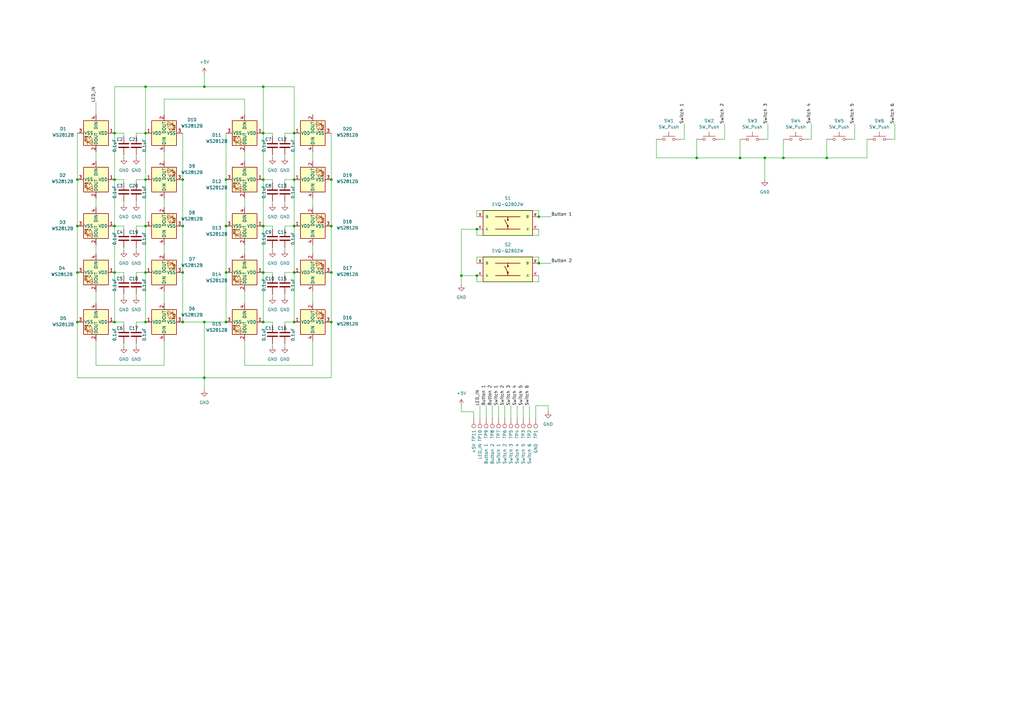
<source format=kicad_sch>
(kicad_sch (version 20231120) (generator "eeschema") (generator_version "8.0")
  (paper "A3")
  (lib_symbols
    (symbol "Connector:TestPoint" (pin_numbers hide) (pin_names (offset 0.762) hide)
      (property "Reference" "TP" (at 0 6.858 0))
      (property "Value" "TestPoint" (at 0 5.08 0))
      (symbol "TestPoint_0_1"
        (circle (center 0 3.302) (radius 0.762))
      )
      (symbol "TestPoint_1_1"
        (pin passive line (at 0 0 90) (length 2.54) (name "1") (number "1"))
      )
    )
    (symbol "Device:C" (pin_numbers hide) (pin_names (offset 0.254))
      (property "Reference" "C" (at 0.635 2.54 0))
      (property "Value" "C" (at 0.635 -2.54 0))
      (symbol "C_0_1"
        (polyline (pts (xy -2.032 -0.762) (xy 2.032 -0.762)) (stroke (width 0.508)))
        (polyline (pts (xy -2.032 0.762) (xy 2.032 0.762)) (stroke (width 0.508)))
      )
      (symbol "C_1_1"
        (pin passive line (at 0 3.81 270) (length 2.794) (name "~") (number "1"))
        (pin passive line (at 0 -3.81 90) (length 2.794) (name "~") (number "2"))
      )
    )
    (symbol "EVQ-Q2B02W:EVQ-Q2B02W" (pin_names (offset 1.016))
      (property "Reference" "S" (at -10.1693 5.5931 0))
      (property "Value" "EVQ-Q2B02W" (at -10.1644 -7.6233 0))
      (symbol "EVQ-Q2B02W_0_0"
        (rectangle (start -10.16 -5.08) (end 10.16 5.08) (stroke (width 0.254)) (fill (type background)))
        (circle (center 0 -1.27) (radius 0.254) (stroke (width 0.254)))
        (polyline (pts (xy -5.08 -2.54) (xy 0 -2.54)) (stroke (width 0.254)))
        (polyline (pts (xy -5.08 2.54) (xy 0 2.54)) (stroke (width 0.254)))
        (polyline (pts (xy 0 -2.54) (xy 5.08 -2.54)) (stroke (width 0.254)))
        (polyline (pts (xy 0 -1.27) (xy -1.27 1.27)) (stroke (width 0.254)))
        (polyline (pts (xy 0 -1.27) (xy 0 -2.54)) (stroke (width 0.254)))
        (polyline (pts (xy 0 1.27) (xy 0 2.54)) (stroke (width 0.254)))
        (polyline (pts (xy 0 2.54) (xy 5.08 2.54)) (stroke (width 0.254)))
        (circle (center 0 1.27) (radius 0.254) (stroke (width 0.254)))
        (pin passive line (at -12.7 -2.54 0) (length 2.54) (name "A") (number "A"))
        (pin passive line (at 12.7 -2.54 180) (length 2.54) (name "A'") (number "A'"))
        (pin passive line (at -12.7 2.54 0) (length 2.54) (name "B") (number "B"))
        (pin passive line (at 12.7 2.54 180) (length 2.54) (name "B'") (number "B'"))
      )
    )
    (symbol "LED:WS2812B" (pin_names (offset 0.254))
      (property "Reference" "D" (at 5.08 5.715 0))
      (property "Value" "WS2812B" (at 1.27 -5.715 0))
      (symbol "WS2812B_0_0"
        (text "RGB" (at 2.286 -4.191 0) (effects (font (size 0.762 0.762))))
      )
      (symbol "WS2812B_0_1"
        (polyline (pts (xy 1.27 -3.556) (xy 1.778 -3.556)))
        (polyline (pts (xy 1.27 -2.54) (xy 1.778 -2.54)))
        (polyline (pts (xy 4.699 -3.556) (xy 2.667 -3.556)))
        (polyline (pts (xy 2.286 -2.54) (xy 1.27 -3.556) (xy 1.27 -3.048)))
        (polyline (pts (xy 2.286 -1.524) (xy 1.27 -2.54) (xy 1.27 -2.032)))
        (polyline (pts (xy 3.683 -1.016) (xy 3.683 -3.556) (xy 3.683 -4.064)))
        (polyline (pts (xy 4.699 -1.524) (xy 2.667 -1.524) (xy 3.683 -3.556) (xy 4.699 -1.524)))
        (rectangle (start 5.08 5.08) (end -5.08 -5.08) (stroke (width 0.254)) (fill (type background)))
      )
      (symbol "WS2812B_1_1"
        (pin power_in line (at 0 7.62 270) (length 2.54) (name "VDD") (number "1"))
        (pin output line (at 7.62 0 180) (length 2.54) (name "DOUT") (number "2"))
        (pin power_in line (at 0 -7.62 90) (length 2.54) (name "VSS") (number "3"))
        (pin input line (at -7.62 0 0) (length 2.54) (name "DIN") (number "4"))
      )
    )
    (symbol "Switch:SW_Push" (pin_numbers hide) (pin_names (offset 1.016) hide)
      (property "Reference" "SW" (at 1.27 2.54 0))
      (property "Value" "SW_Push" (at 0 -1.524 0))
      (symbol "SW_Push_0_1"
        (circle (center -2.032 0) (radius 0.508))
        (polyline (pts (xy 0 1.27) (xy 0 3.048)))
        (polyline (pts (xy 2.54 1.27) (xy -2.54 1.27)))
        (circle (center 2.032 0) (radius 0.508))
        (pin passive line (at -5.08 0 0) (length 2.54) (name "1") (number "1"))
        (pin passive line (at 5.08 0 180) (length 2.54) (name "2") (number "2"))
      )
    )
    (symbol "power:+5V" (power) (pin_numbers hide) (pin_names (offset 0) hide)
      (property "Value" "+5V" (at 0 3.556 0))
      (symbol "+5V_0_1"
        (polyline (pts (xy -0.762 1.27) (xy 0 2.54)))
        (polyline (pts (xy 0 0) (xy 0 2.54)))
        (polyline (pts (xy 0 2.54) (xy 0.762 1.27)))
      )
      (symbol "+5V_1_1"
        (pin power_in line (at 0 0 90) (length 0) (name "~") (number "1"))
      )
    )
    (symbol "power:GND" (power) (pin_numbers hide) (pin_names (offset 0) hide)
      (property "Value" "GND" (at 0 -3.81 0))
      (symbol "GND_0_1"
        (polyline (pts (xy 0 0) (xy 0 -1.27) (xy 1.27 -1.27) (xy 0 -2.54) (xy -1.27 -1.27) (xy 0 -1.27)))
      )
      (symbol "GND_1_1"
        (pin power_in line (at 0 0 270) (length 0) (name "~") (number "1"))
      )
    )
  )
  (junction (at 135.89 132.08))
  (junction (at 92.71 132.08))
  (junction (at 195.58 93.98))
  (junction (at 59.69 92.71))
  (junction (at 74.93 132.08))
  (junction (at 31.75 73.66))
  (junction (at 195.58 113.03))
  (junction (at 220.98 88.9))
  (junction (at 321.31 64.77))
  (junction (at 120.65 54.61))
  (junction (at 74.93 73.66))
  (junction (at 74.93 92.71))
  (junction (at 120.65 111.76))
  (junction (at 303.53 64.77))
  (junction (at 59.69 35.56))
  (junction (at 83.82 154.94))
  (junction (at 59.69 132.08))
  (junction (at 107.95 54.61))
  (junction (at 189.23 113.03))
  (junction (at 31.75 92.71))
  (junction (at 74.93 111.76))
  (junction (at 92.71 92.71))
  (junction (at 59.69 73.66))
  (junction (at 135.89 92.71))
  (junction (at 120.65 132.08))
  (junction (at 46.99 132.08))
  (junction (at 107.95 111.76))
  (junction (at 120.65 92.71))
  (junction (at 135.89 111.76))
  (junction (at 59.69 54.61))
  (junction (at 92.71 111.76))
  (junction (at 46.99 92.71))
  (junction (at 92.71 73.66))
  (junction (at 220.98 107.95))
  (junction (at 31.75 111.76))
  (junction (at 339.09 64.77))
  (junction (at 107.95 132.08))
  (junction (at 46.99 73.66))
  (junction (at 313.69 64.77))
  (junction (at 83.82 132.08))
  (junction (at 285.75 64.77))
  (junction (at 120.65 73.66))
  (junction (at 31.75 132.08))
  (junction (at 107.95 73.66))
  (junction (at 83.82 35.56))
  (junction (at 46.99 111.76))
  (junction (at 135.89 73.66))
  (junction (at 107.95 92.71))
  (junction (at 59.69 111.76))
  (junction (at 107.95 35.56))
  (junction (at 46.99 54.61))
  (wire (pts (xy 339.09 64.77) (xy 339.09 57.15)))
  (wire (pts (xy 195.58 96.52) (xy 220.98 96.52)))
  (wire (pts (xy 195.58 115.57) (xy 220.98 115.57)))
  (wire (pts (xy 285.75 64.77) (xy 285.75 57.15)))
  (wire (pts (xy 303.53 64.77) (xy 303.53 57.15)))
  (wire (pts (xy 46.99 35.56) (xy 59.69 35.56)))
  (wire (pts (xy 100.33 100.33) (xy 100.33 104.14)))
  (wire (pts (xy 111.76 113.03) (xy 111.76 111.76)))
  (wire (pts (xy 220.98 88.9) (xy 226.06 88.9)))
  (wire (pts (xy 201.93 166.37) (xy 201.93 171.45)))
  (wire (pts (xy 107.95 54.61) (xy 107.95 35.56)))
  (wire (pts (xy 349.25 57.15) (xy 350.52 57.15)))
  (wire (pts (xy 313.69 73.66) (xy 313.69 64.77)))
  (wire (pts (xy 194.31 168.91) (xy 194.31 171.45)))
  (wire (pts (xy 116.84 74.93) (xy 116.84 73.66)))
  (wire (pts (xy 120.65 92.71) (xy 120.65 111.76)))
  (wire (pts (xy 111.76 74.93) (xy 111.76 73.66)))
  (wire (pts (xy 209.55 166.37) (xy 209.55 171.45)))
  (wire (pts (xy 50.8 54.61) (xy 46.99 54.61)))
  (wire (pts (xy 116.84 132.08) (xy 120.65 132.08)))
  (wire (pts (xy 367.03 50.8) (xy 367.03 57.15)))
  (wire (pts (xy 219.71 166.37) (xy 224.79 166.37)))
  (wire (pts (xy 116.84 92.71) (xy 120.65 92.71)))
  (wire (pts (xy 50.8 111.76) (xy 46.99 111.76)))
  (wire (pts (xy 50.8 74.93) (xy 50.8 73.66)))
  (wire (pts (xy 59.69 73.66) (xy 59.69 92.71)))
  (wire (pts (xy 50.8 82.55) (xy 50.8 83.82)))
  (wire (pts (xy 220.98 105.41) (xy 220.98 107.95)))
  (wire (pts (xy 83.82 154.94) (xy 83.82 160.02)))
  (wire (pts (xy 195.58 86.36) (xy 220.98 86.36)))
  (wire (pts (xy 50.8 55.88) (xy 50.8 54.61)))
  (wire (pts (xy 314.96 50.8) (xy 314.96 57.15)))
  (wire (pts (xy 107.95 73.66) (xy 107.95 92.71)))
  (wire (pts (xy 321.31 64.77) (xy 339.09 64.77)))
  (wire (pts (xy 199.39 166.37) (xy 199.39 171.45)))
  (wire (pts (xy 269.24 57.15) (xy 269.24 64.77)))
  (wire (pts (xy 39.37 62.23) (xy 39.37 66.04)))
  (wire (pts (xy 111.76 82.55) (xy 111.76 83.82)))
  (wire (pts (xy 220.98 96.52) (xy 220.98 93.98)))
  (wire (pts (xy 128.27 149.86) (xy 128.27 139.7)))
  (wire (pts (xy 135.89 154.94) (xy 83.82 154.94)))
  (wire (pts (xy 55.88 111.76) (xy 59.69 111.76)))
  (wire (pts (xy 50.8 133.35) (xy 50.8 132.08)))
  (wire (pts (xy 55.88 93.98) (xy 55.88 92.71)))
  (wire (pts (xy 50.8 101.6) (xy 50.8 102.87)))
  (wire (pts (xy 100.33 40.64) (xy 100.33 46.99)))
  (wire (pts (xy 189.23 168.91) (xy 189.23 166.37)))
  (wire (pts (xy 55.88 120.65) (xy 55.88 121.92)))
  (wire (pts (xy 100.33 62.23) (xy 100.33 66.04)))
  (wire (pts (xy 196.85 166.37) (xy 196.85 171.45)))
  (wire (pts (xy 111.76 132.08) (xy 107.95 132.08)))
  (wire (pts (xy 195.58 105.41) (xy 220.98 105.41)))
  (wire (pts (xy 59.69 92.71) (xy 59.69 111.76)))
  (wire (pts (xy 111.76 73.66) (xy 107.95 73.66)))
  (wire (pts (xy 67.31 62.23) (xy 67.31 66.04)))
  (wire (pts (xy 189.23 93.98) (xy 189.23 113.03)))
  (wire (pts (xy 46.99 73.66) (xy 46.99 92.71)))
  (wire (pts (xy 111.76 111.76) (xy 107.95 111.76)))
  (wire (pts (xy 83.82 132.08) (xy 92.71 132.08)))
  (wire (pts (xy 83.82 154.94) (xy 31.75 154.94)))
  (wire (pts (xy 100.33 81.28) (xy 100.33 85.09)))
  (wire (pts (xy 46.99 92.71) (xy 46.99 111.76)))
  (wire (pts (xy 128.27 81.28) (xy 128.27 85.09)))
  (wire (pts (xy 55.88 132.08) (xy 59.69 132.08)))
  (wire (pts (xy 135.89 54.61) (xy 135.89 73.66)))
  (wire (pts (xy 111.76 63.5) (xy 111.76 64.77)))
  (wire (pts (xy 219.71 166.37) (xy 219.71 171.45)))
  (wire (pts (xy 55.88 55.88) (xy 55.88 54.61)))
  (wire (pts (xy 331.47 57.15) (xy 332.74 57.15)))
  (wire (pts (xy 116.84 54.61) (xy 120.65 54.61)))
  (wire (pts (xy 67.31 100.33) (xy 67.31 104.14)))
  (wire (pts (xy 39.37 81.28) (xy 39.37 85.09)))
  (wire (pts (xy 55.88 54.61) (xy 59.69 54.61)))
  (wire (pts (xy 67.31 46.99) (xy 67.31 40.64)))
  (wire (pts (xy 220.98 107.95) (xy 226.06 107.95)))
  (wire (pts (xy 339.09 64.77) (xy 355.6 64.77)))
  (wire (pts (xy 111.76 54.61) (xy 107.95 54.61)))
  (wire (pts (xy 116.84 120.65) (xy 116.84 121.92)))
  (wire (pts (xy 135.89 111.76) (xy 135.89 132.08)))
  (wire (pts (xy 220.98 86.36) (xy 220.98 88.9)))
  (wire (pts (xy 31.75 73.66) (xy 31.75 92.71)))
  (wire (pts (xy 50.8 132.08) (xy 46.99 132.08)))
  (wire (pts (xy 67.31 81.28) (xy 67.31 85.09)))
  (wire (pts (xy 74.93 132.08) (xy 83.82 132.08)))
  (wire (pts (xy 39.37 149.86) (xy 67.31 149.86)))
  (wire (pts (xy 55.88 133.35) (xy 55.88 132.08)))
  (wire (pts (xy 207.01 166.37) (xy 207.01 171.45)))
  (wire (pts (xy 55.88 92.71) (xy 59.69 92.71)))
  (wire (pts (xy 128.27 119.38) (xy 128.27 124.46)))
  (wire (pts (xy 295.91 57.15) (xy 297.18 57.15)))
  (wire (pts (xy 92.71 111.76) (xy 92.71 132.08)))
  (wire (pts (xy 83.82 30.48) (xy 83.82 35.56)))
  (wire (pts (xy 120.65 54.61) (xy 120.65 73.66)))
  (wire (pts (xy 116.84 140.97) (xy 116.84 142.24)))
  (wire (pts (xy 111.76 140.97) (xy 111.76 142.24)))
  (wire (pts (xy 59.69 54.61) (xy 59.69 73.66)))
  (wire (pts (xy 74.93 92.71) (xy 74.93 111.76)))
  (wire (pts (xy 120.65 73.66) (xy 120.65 92.71)))
  (wire (pts (xy 50.8 63.5) (xy 50.8 64.77)))
  (wire (pts (xy 92.71 92.71) (xy 92.71 111.76)))
  (wire (pts (xy 39.37 41.91) (xy 39.37 46.99)))
  (wire (pts (xy 107.95 35.56) (xy 120.65 35.56)))
  (wire (pts (xy 212.09 166.37) (xy 212.09 171.45)))
  (wire (pts (xy 74.93 73.66) (xy 74.93 92.71)))
  (wire (pts (xy 50.8 73.66) (xy 46.99 73.66)))
  (wire (pts (xy 116.84 55.88) (xy 116.84 54.61)))
  (wire (pts (xy 120.65 111.76) (xy 120.65 132.08)))
  (wire (pts (xy 50.8 140.97) (xy 50.8 142.24)))
  (wire (pts (xy 116.84 93.98) (xy 116.84 92.71)))
  (wire (pts (xy 332.74 50.8) (xy 332.74 57.15)))
  (wire (pts (xy 100.33 149.86) (xy 128.27 149.86)))
  (wire (pts (xy 67.31 40.64) (xy 100.33 40.64)))
  (wire (pts (xy 116.84 101.6) (xy 116.84 102.87)))
  (wire (pts (xy 50.8 113.03) (xy 50.8 111.76)))
  (wire (pts (xy 50.8 93.98) (xy 50.8 92.71)))
  (wire (pts (xy 297.18 50.8) (xy 297.18 57.15)))
  (wire (pts (xy 217.17 166.37) (xy 217.17 171.45)))
  (wire (pts (xy 46.99 54.61) (xy 46.99 73.66)))
  (wire (pts (xy 116.84 133.35) (xy 116.84 132.08)))
  (wire (pts (xy 111.76 120.65) (xy 111.76 121.92)))
  (wire (pts (xy 107.95 35.56) (xy 83.82 35.56)))
  (wire (pts (xy 220.98 115.57) (xy 220.98 113.03)))
  (wire (pts (xy 135.89 73.66) (xy 135.89 92.71)))
  (wire (pts (xy 111.76 101.6) (xy 111.76 102.87)))
  (wire (pts (xy 313.69 57.15) (xy 314.96 57.15)))
  (wire (pts (xy 111.76 93.98) (xy 111.76 92.71)))
  (wire (pts (xy 128.27 100.33) (xy 128.27 104.14)))
  (wire (pts (xy 107.95 92.71) (xy 107.95 111.76)))
  (wire (pts (xy 280.67 57.15) (xy 280.67 50.8)))
  (wire (pts (xy 195.58 88.9) (xy 195.58 86.36)))
  (wire (pts (xy 116.84 82.55) (xy 116.84 83.82)))
  (wire (pts (xy 214.63 166.37) (xy 214.63 171.45)))
  (wire (pts (xy 39.37 100.33) (xy 39.37 104.14)))
  (wire (pts (xy 120.65 35.56) (xy 120.65 54.61)))
  (wire (pts (xy 83.82 35.56) (xy 59.69 35.56)))
  (wire (pts (xy 92.71 54.61) (xy 92.71 73.66)))
  (wire (pts (xy 100.33 139.7) (xy 100.33 149.86)))
  (wire (pts (xy 46.99 111.76) (xy 46.99 132.08)))
  (wire (pts (xy 55.88 74.93) (xy 55.88 73.66)))
  (wire (pts (xy 46.99 54.61) (xy 46.99 35.56)))
  (wire (pts (xy 67.31 119.38) (xy 67.31 124.46)))
  (wire (pts (xy 116.84 111.76) (xy 120.65 111.76)))
  (wire (pts (xy 189.23 168.91) (xy 194.31 168.91)))
  (wire (pts (xy 111.76 133.35) (xy 111.76 132.08)))
  (wire (pts (xy 128.27 62.23) (xy 128.27 66.04)))
  (wire (pts (xy 313.69 64.77) (xy 321.31 64.77)))
  (wire (pts (xy 59.69 35.56) (xy 59.69 54.61)))
  (wire (pts (xy 350.52 50.8) (xy 350.52 57.15)))
  (wire (pts (xy 111.76 55.88) (xy 111.76 54.61)))
  (wire (pts (xy 135.89 92.71) (xy 135.89 111.76)))
  (wire (pts (xy 269.24 64.77) (xy 285.75 64.77)))
  (wire (pts (xy 285.75 64.77) (xy 303.53 64.77)))
  (wire (pts (xy 31.75 154.94) (xy 31.75 132.08)))
  (wire (pts (xy 59.69 111.76) (xy 59.69 132.08)))
  (wire (pts (xy 50.8 120.65) (xy 50.8 121.92)))
  (wire (pts (xy 55.88 82.55) (xy 55.88 83.82)))
  (wire (pts (xy 55.88 63.5) (xy 55.88 64.77)))
  (wire (pts (xy 321.31 64.77) (xy 321.31 57.15)))
  (wire (pts (xy 204.47 166.37) (xy 204.47 171.45)))
  (wire (pts (xy 111.76 92.71) (xy 107.95 92.71)))
  (wire (pts (xy 55.88 140.97) (xy 55.88 142.24)))
  (wire (pts (xy 195.58 107.95) (xy 195.58 105.41)))
  (wire (pts (xy 195.58 113.03) (xy 195.58 115.57)))
  (wire (pts (xy 55.88 73.66) (xy 59.69 73.66)))
  (wire (pts (xy 303.53 64.77) (xy 313.69 64.77)))
  (wire (pts (xy 116.84 63.5) (xy 116.84 64.77)))
  (wire (pts (xy 189.23 113.03) (xy 195.58 113.03)))
  (wire (pts (xy 116.84 113.03) (xy 116.84 111.76)))
  (wire (pts (xy 107.95 111.76) (xy 107.95 132.08)))
  (wire (pts (xy 67.31 149.86) (xy 67.31 139.7)))
  (wire (pts (xy 116.84 73.66) (xy 120.65 73.66)))
  (wire (pts (xy 39.37 139.7) (xy 39.37 149.86)))
  (wire (pts (xy 39.37 119.38) (xy 39.37 124.46)))
  (wire (pts (xy 100.33 119.38) (xy 100.33 124.46)))
  (wire (pts (xy 74.93 54.61) (xy 74.93 73.66)))
  (wire (pts (xy 55.88 113.03) (xy 55.88 111.76)))
  (wire (pts (xy 74.93 111.76) (xy 74.93 132.08)))
  (wire (pts (xy 83.82 132.08) (xy 83.82 154.94)))
  (wire (pts (xy 224.79 166.37) (xy 224.79 168.91)))
  (wire (pts (xy 189.23 113.03) (xy 189.23 116.84)))
  (wire (pts (xy 135.89 132.08) (xy 135.89 154.94)))
  (wire (pts (xy 195.58 93.98) (xy 189.23 93.98)))
  (wire (pts (xy 55.88 101.6) (xy 55.88 102.87)))
  (wire (pts (xy 279.4 57.15) (xy 280.67 57.15)))
  (wire (pts (xy 50.8 92.71) (xy 46.99 92.71)))
  (wire (pts (xy 355.6 64.77) (xy 355.6 57.15)))
  (wire (pts (xy 195.58 93.98) (xy 195.58 96.52)))
  (wire (pts (xy 31.75 111.76) (xy 31.75 132.08)))
  (wire (pts (xy 92.71 73.66) (xy 92.71 92.71)))
  (wire (pts (xy 365.76 57.15) (xy 367.03 57.15)))
  (wire (pts (xy 31.75 92.71) (xy 31.75 111.76)))
  (wire (pts (xy 107.95 54.61) (xy 107.95 73.66)))
  (wire (pts (xy 31.75 54.61) (xy 31.75 73.66)))
  (label "Switch 1" (at 280.67 50.8 90))
  (label "Switch 5" (at 214.63 166.37 90))
  (label "Switch 2" (at 207.01 166.37 90))
  (label "Button 2" (at 226.06 107.95 0))
  (label "Button 2" (at 201.93 166.37 90))
  (label "Button 1" (at 226.06 88.9 0))
  (label "LED_IN" (at 196.85 166.37 90))
  (label "Switch 4" (at 332.74 50.8 90))
  (label "Switch 6" (at 367.03 50.8 90))
  (label "Switch 6" (at 217.17 166.37 90))
  (label "Switch 5" (at 350.52 50.8 90))
  (label "Switch 3" (at 314.96 50.8 90))
  (label "Switch 2" (at 297.18 50.8 90))
  (label "Button 1" (at 199.39 166.37 90))
  (label "Switch 4" (at 212.09 166.37 90))
  (label "Switch 3" (at 209.55 166.37 90))
  (label "Switch 1" (at 204.47 166.37 90))
  (label "LED_IN" (at 39.37 41.91 90))
  (symbol (lib_id "Connector:TestPoint") (at 217.17 171.45 180) (unit 1)
    (property "Reference" "TP2" (at 217.17 176.276 90) (effects (justify left)))
    (property "Value" "Switch 6" (at 217.17 181.864 90) (effects (justify left)))
    (property "Footprint" "TestPoint:TestPoint_THTPad_D1.0mm_Drill0.5mm" (effects (hide yes)))
    (property "Description" "test point" (effects (hide yes)))
  )
  (symbol (lib_id "LED:WS2812B") (at 39.37 54.61 270) (unit 1)
    (property "Reference" "D1" (at 25.908 52.832 90))
    (property "Value" "WS2812B" (at 25.908 55.372 90))
    (property "Footprint" "LED_SMD:LED_WS2812B_PLCC4_5.0x5.0mm_P3.2mm" (effects (hide yes)))
    (property "Datasheet" "https://cdn-shop.adafruit.com/datasheets/WS2812B.pdf" (effects (hide yes)))
    (property "Description" "RGB LED with integrated controller" (effects (hide yes)))
  )
  (symbol (lib_id "Device:C") (at 116.84 78.74 0) (unit 1)
    (property "Reference" "C13" (at 113.792 76.2 0) (effects (justify left)))
    (property "Value" "0.1uF" (at 120.142 81.534 90) (effects (justify left)))
    (property "Footprint" "Capacitor_SMD:C_0603_1608Metric" (effects (hide yes)))
    (property "Description" "Unpolarized capacitor" (effects (hide yes)))
  )
  (symbol (lib_id "Device:C") (at 116.84 97.79 0) (unit 1)
    (property "Reference" "C14" (at 113.792 95.25 0) (effects (justify left)))
    (property "Value" "0.1uF" (at 120.142 100.584 90) (effects (justify left)))
    (property "Footprint" "Capacitor_SMD:C_0603_1608Metric" (effects (hide yes)))
    (property "Description" "Unpolarized capacitor" (effects (hide yes)))
  )
  (symbol (lib_id "power:GND") (at 111.76 121.92 0) (unit 1)
    (property "Reference" "#PWR012" (effects (hide yes)))
    (property "Value" "GND" (at 111.76 127 0))
    (property "Description" "Power symbol creates a global label with name \"GND\" , ground" (effects (hide yes)))
  )
  (symbol (lib_id "power:GND") (at 111.76 142.24 0) (unit 1)
    (property "Reference" "#PWR013" (effects (hide yes)))
    (property "Value" "GND" (at 111.76 147.32 0))
    (property "Description" "Power symbol creates a global label with name \"GND\" , ground" (effects (hide yes)))
  )
  (symbol (lib_id "Device:C") (at 50.8 59.69 0) (unit 1)
    (property "Reference" "C2" (at 47.752 57.15 0) (effects (justify left)))
    (property "Value" "0.1uF" (at 46.99 62.484 90) (effects (justify left)))
    (property "Footprint" "Capacitor_SMD:C_0603_1608Metric" (effects (hide yes)))
    (property "Description" "Unpolarized capacitor" (effects (hide yes)))
  )
  (symbol (lib_id "LED:WS2812B") (at 128.27 132.08 90) (unit 1)
    (property "Reference" "D16" (at 142.494 130.302 90))
    (property "Value" "WS2812B" (at 142.494 132.842 90))
    (property "Footprint" "LED_SMD:LED_WS2812B_PLCC4_5.0x5.0mm_P3.2mm" (effects (hide yes)))
    (property "Datasheet" "https://cdn-shop.adafruit.com/datasheets/WS2812B.pdf" (effects (hide yes)))
    (property "Description" "RGB LED with integrated controller" (effects (hide yes)))
  )
  (symbol (lib_id "power:GND") (at 116.84 121.92 0) (unit 1)
    (property "Reference" "#PWR017" (effects (hide yes)))
    (property "Value" "GND" (at 116.84 127 0))
    (property "Description" "Power symbol creates a global label with name \"GND\" , ground" (effects (hide yes)))
  )
  (symbol (lib_id "Device:C") (at 55.88 59.69 0) (unit 1)
    (property "Reference" "C21" (at 52.832 57.15 0) (effects (justify left)))
    (property "Value" "0.1uF" (at 59.182 62.484 90) (effects (justify left)))
    (property "Footprint" "Capacitor_SMD:C_0603_1608Metric" (effects (hide yes)))
    (property "Description" "Unpolarized capacitor" (effects (hide yes)))
  )
  (symbol (lib_id "Device:C") (at 111.76 78.74 0) (unit 1)
    (property "Reference" "C8" (at 108.712 76.2 0) (effects (justify left)))
    (property "Value" "0.1uF" (at 108.204 81.534 90) (effects (justify left)))
    (property "Footprint" "Capacitor_SMD:C_0603_1608Metric" (effects (hide yes)))
    (property "Description" "Unpolarized capacitor" (effects (hide yes)))
  )
  (symbol (lib_id "power:GND") (at 50.8 83.82 0) (unit 1)
    (property "Reference" "#PWR05" (effects (hide yes)))
    (property "Value" "GND" (at 50.8 88.9 0))
    (property "Description" "Power symbol creates a global label with name \"GND\" , ground" (effects (hide yes)))
  )
  (symbol (lib_id "EVQ-Q2B02W:EVQ-Q2B02W") (at 208.28 110.49 0) (unit 1)
    (property "Reference" "S2" (at 208.28 100.33 0))
    (property "Value" "EVQ-Q2B02W" (at 208.28 102.87 0))
    (property "Footprint" "SW_EVQ-Q2B02W" (effects (hide yes)))
    (property "MANUFACTURER" "Panasonic" (effects (hide yes)))
  )
  (symbol (lib_id "Device:C") (at 116.84 59.69 0) (unit 1)
    (property "Reference" "C12" (at 113.792 57.15 0) (effects (justify left)))
    (property "Value" "0.1uF" (at 120.142 62.484 90) (effects (justify left)))
    (property "Footprint" "Capacitor_SMD:C_0603_1608Metric" (effects (hide yes)))
    (property "Description" "Unpolarized capacitor" (effects (hide yes)))
  )
  (symbol (lib_id "LED:WS2812B") (at 67.31 132.08 90) (unit 1)
    (property "Reference" "D6" (at 78.74 126.5838 90))
    (property "Value" "WS2812B" (at 78.74 129.1238 90))
    (property "Footprint" "LED_SMD:LED_WS2812B_PLCC4_5.0x5.0mm_P3.2mm" (effects (hide yes)))
    (property "Datasheet" "https://cdn-shop.adafruit.com/datasheets/WS2812B.pdf" (effects (hide yes)))
    (property "Description" "RGB LED with integrated controller" (effects (hide yes)))
  )
  (symbol (lib_id "Connector:TestPoint") (at 214.63 171.45 180) (unit 1)
    (property "Reference" "TP3" (at 214.63 176.276 90) (effects (justify left)))
    (property "Value" "Switch 5" (at 214.63 181.864 90) (effects (justify left)))
    (property "Footprint" "TestPoint:TestPoint_THTPad_D1.0mm_Drill0.5mm" (effects (hide yes)))
    (property "Description" "test point" (effects (hide yes)))
  )
  (symbol (lib_id "Device:C") (at 50.8 78.74 0) (unit 1)
    (property "Reference" "C3" (at 47.752 76.2 0) (effects (justify left)))
    (property "Value" "0.1uF" (at 46.99 81.534 90) (effects (justify left)))
    (property "Footprint" "Capacitor_SMD:C_0603_1608Metric" (effects (hide yes)))
    (property "Description" "Unpolarized capacitor" (effects (hide yes)))
  )
  (symbol (lib_id "LED:WS2812B") (at 67.31 54.61 90) (unit 1)
    (property "Reference" "D10" (at 78.74 49.1138 90))
    (property "Value" "WS2812B" (at 78.74 51.6538 90))
    (property "Footprint" "LED_SMD:LED_WS2812B_PLCC4_5.0x5.0mm_P3.2mm" (effects (hide yes)))
    (property "Datasheet" "https://cdn-shop.adafruit.com/datasheets/WS2812B.pdf" (effects (hide yes)))
    (property "Description" "RGB LED with integrated controller" (effects (hide yes)))
  )
  (symbol (lib_id "Connector:TestPoint") (at 196.85 171.45 180) (unit 1)
    (property "Reference" "TP10" (at 196.85 176.276 90) (effects (justify left)))
    (property "Value" "LED_IN" (at 196.85 181.864 90) (effects (justify left)))
    (property "Footprint" "TestPoint:TestPoint_THTPad_D1.0mm_Drill0.5mm" (effects (hide yes)))
    (property "Description" "test point" (effects (hide yes)))
  )
  (symbol (lib_id "power:GND") (at 55.88 142.24 0) (unit 1)
    (property "Reference" "#PWR019" (effects (hide yes)))
    (property "Value" "GND" (at 55.88 147.32 0))
    (property "Description" "Power symbol creates a global label with name \"GND\" , ground" (effects (hide yes)))
  )
  (symbol (lib_id "Connector:TestPoint") (at 207.01 171.45 180) (unit 1)
    (property "Reference" "TP6" (at 207.01 176.276 90) (effects (justify left)))
    (property "Value" "Switch 2" (at 207.01 181.864 90) (effects (justify left)))
    (property "Footprint" "TestPoint:TestPoint_THTPad_D1.0mm_Drill0.5mm" (effects (hide yes)))
    (property "Description" "test point" (effects (hide yes)))
  )
  (symbol (lib_id "Device:C") (at 50.8 116.84 0) (unit 1)
    (property "Reference" "C5" (at 47.752 114.3 0) (effects (justify left)))
    (property "Value" "0.1uF" (at 46.99 119.634 90) (effects (justify left)))
    (property "Footprint" "Capacitor_SMD:C_0603_1608Metric" (effects (hide yes)))
    (property "Description" "Unpolarized capacitor" (effects (hide yes)))
  )
  (symbol (lib_id "EVQ-Q2B02W:EVQ-Q2B02W") (at 208.28 91.44 0) (unit 1)
    (property "Reference" "S1" (at 208.28 81.28 0))
    (property "Value" "EVQ-Q2B02W" (at 208.28 83.82 0))
    (property "Footprint" "SW_EVQ-Q2B02W" (effects (hide yes)))
    (property "MANUFACTURER" "Panasonic" (effects (hide yes)))
  )
  (symbol (lib_id "Device:C") (at 50.8 137.16 0) (unit 1)
    (property "Reference" "C6" (at 47.752 134.62 0) (effects (justify left)))
    (property "Value" "0.1uF" (at 46.99 139.954 90) (effects (justify left)))
    (property "Footprint" "Capacitor_SMD:C_0603_1608Metric" (effects (hide yes)))
    (property "Description" "Unpolarized capacitor" (effects (hide yes)))
  )
  (symbol (lib_id "power:GND") (at 116.84 83.82 0) (unit 1)
    (property "Reference" "#PWR015" (effects (hide yes)))
    (property "Value" "GND" (at 116.84 88.9 0))
    (property "Description" "Power symbol creates a global label with name \"GND\" , ground" (effects (hide yes)))
  )
  (symbol (lib_id "Switch:SW_Push") (at 274.32 57.15 0) (unit 1)
    (property "Reference" "SW1" (at 274.32 49.53 0))
    (property "Value" "SW_Push" (at 274.32 52.07 0))
    (property "Footprint" "keyswitches.pretty-master:SW_PG1350_reversible" (effects (hide yes)))
    (property "Description" "Push button switch, generic, two pins" (effects (hide yes)))
  )
  (symbol (lib_id "power:GND") (at 224.79 168.91 0) (unit 1)
    (property "Reference" "#PWR025" (effects (hide yes)))
    (property "Value" "GND" (at 224.79 173.99 0))
    (property "Description" "Power symbol creates a global label with name \"GND\" , ground" (effects (hide yes)))
  )
  (symbol (lib_id "Switch:SW_Push") (at 290.83 57.15 0) (unit 1)
    (property "Reference" "SW2" (at 290.83 49.53 0))
    (property "Value" "SW_Push" (at 290.83 52.07 0))
    (property "Footprint" "keyswitches.pretty-master:SW_PG1350_reversible" (effects (hide yes)))
    (property "Description" "Push button switch, generic, two pins" (effects (hide yes)))
  )
  (symbol (lib_id "LED:WS2812B") (at 39.37 73.66 270) (unit 1)
    (property "Reference" "D2" (at 25.654 71.882 90))
    (property "Value" "WS2812B" (at 25.654 74.422 90))
    (property "Footprint" "LED_SMD:LED_WS2812B_PLCC4_5.0x5.0mm_P3.2mm" (effects (hide yes)))
    (property "Datasheet" "https://cdn-shop.adafruit.com/datasheets/WS2812B.pdf" (effects (hide yes)))
    (property "Description" "RGB LED with integrated controller" (effects (hide yes)))
  )
  (symbol (lib_id "power:GND") (at 50.8 64.77 0) (unit 1)
    (property "Reference" "#PWR04" (effects (hide yes)))
    (property "Value" "GND" (at 50.8 69.85 0))
    (property "Description" "Power symbol creates a global label with name \"GND\" , ground" (effects (hide yes)))
  )
  (symbol (lib_id "power:GND") (at 313.69 73.66 0) (unit 1)
    (property "Reference" "#PWR03" (effects (hide yes)))
    (property "Value" "GND" (at 313.69 78.74 0))
    (property "Description" "Power symbol creates a global label with name \"GND\" , ground" (effects (hide yes)))
  )
  (symbol (lib_id "Device:C") (at 111.76 97.79 0) (unit 1)
    (property "Reference" "C9" (at 108.712 95.25 0) (effects (justify left)))
    (property "Value" "0.1uF" (at 108.204 100.584 90) (effects (justify left)))
    (property "Footprint" "Capacitor_SMD:C_0603_1608Metric" (effects (hide yes)))
    (property "Description" "Unpolarized capacitor" (effects (hide yes)))
  )
  (symbol (lib_id "power:GND") (at 116.84 64.77 0) (unit 1)
    (property "Reference" "#PWR014" (effects (hide yes)))
    (property "Value" "GND" (at 116.84 69.85 0))
    (property "Description" "Power symbol creates a global label with name \"GND\" , ground" (effects (hide yes)))
  )
  (symbol (lib_id "power:GND") (at 116.84 142.24 0) (unit 1)
    (property "Reference" "#PWR018" (effects (hide yes)))
    (property "Value" "GND" (at 116.84 147.32 0))
    (property "Description" "Power symbol creates a global label with name \"GND\" , ground" (effects (hide yes)))
  )
  (symbol (lib_id "Device:C") (at 50.8 97.79 0) (unit 1)
    (property "Reference" "C4" (at 47.752 95.25 0) (effects (justify left)))
    (property "Value" "0.1uF" (at 46.99 100.584 90) (effects (justify left)))
    (property "Footprint" "Capacitor_SMD:C_0603_1608Metric" (effects (hide yes)))
    (property "Description" "Unpolarized capacitor" (effects (hide yes)))
  )
  (symbol (lib_id "power:GND") (at 50.8 121.92 0) (unit 1)
    (property "Reference" "#PWR07" (effects (hide yes)))
    (property "Value" "GND" (at 50.8 127 0))
    (property "Description" "Power symbol creates a global label with name \"GND\" , ground" (effects (hide yes)))
  )
  (symbol (lib_id "power:GND") (at 189.23 116.84 0) (unit 1)
    (property "Reference" "#PWR024" (effects (hide yes)))
    (property "Value" "GND" (at 189.23 121.92 0))
    (property "Description" "Power symbol creates a global label with name \"GND\" , ground" (effects (hide yes)))
  )
  (symbol (lib_id "Connector:TestPoint") (at 219.71 171.45 180) (unit 1)
    (property "Reference" "TP1" (at 219.71 176.276 90) (effects (justify left)))
    (property "Value" "GND" (at 219.71 181.864 90) (effects (justify left)))
    (property "Footprint" "TestPoint:TestPoint_THTPad_D1.0mm_Drill0.5mm" (effects (hide yes)))
    (property "Description" "test point" (effects (hide yes)))
  )
  (symbol (lib_id "power:GND") (at 50.8 102.87 0) (unit 1)
    (property "Reference" "#PWR06" (effects (hide yes)))
    (property "Value" "GND" (at 50.8 107.95 0))
    (property "Description" "Power symbol creates a global label with name \"GND\" , ground" (effects (hide yes)))
  )
  (symbol (lib_id "power:GND") (at 116.84 102.87 0) (unit 1)
    (property "Reference" "#PWR016" (effects (hide yes)))
    (property "Value" "GND" (at 116.84 107.95 0))
    (property "Description" "Power symbol creates a global label with name \"GND\" , ground" (effects (hide yes)))
  )
  (symbol (lib_id "Device:C") (at 55.88 78.74 0) (unit 1)
    (property "Reference" "C20" (at 52.832 76.2 0) (effects (justify left)))
    (property "Value" "0.1uF" (at 59.182 81.534 90) (effects (justify left)))
    (property "Footprint" "Capacitor_SMD:C_0603_1608Metric" (effects (hide yes)))
    (property "Description" "Unpolarized capacitor" (effects (hide yes)))
  )
  (symbol (lib_id "LED:WS2812B") (at 128.27 54.61 90) (unit 1)
    (property "Reference" "D20" (at 142.494 52.832 90))
    (property "Value" "WS2812B" (at 142.494 55.372 90))
    (property "Footprint" "LED_SMD:LED_WS2812B_PLCC4_5.0x5.0mm_P3.2mm" (effects (hide yes)))
    (property "Datasheet" "https://cdn-shop.adafruit.com/datasheets/WS2812B.pdf" (effects (hide yes)))
    (property "Description" "RGB LED with integrated controller" (effects (hide yes)))
  )
  (symbol (lib_id "power:GND") (at 55.88 121.92 0) (unit 1)
    (property "Reference" "#PWR020" (effects (hide yes)))
    (property "Value" "GND" (at 55.88 127 0))
    (property "Description" "Power symbol creates a global label with name \"GND\" , ground" (effects (hide yes)))
  )
  (symbol (lib_id "power:GND") (at 111.76 83.82 0) (unit 1)
    (property "Reference" "#PWR010" (effects (hide yes)))
    (property "Value" "GND" (at 111.76 88.9 0))
    (property "Description" "Power symbol creates a global label with name \"GND\" , ground" (effects (hide yes)))
  )
  (symbol (lib_id "power:GND") (at 83.82 160.02 0) (unit 1)
    (property "Reference" "#PWR01" (effects (hide yes)))
    (property "Value" "GND" (at 83.82 165.1 0))
    (property "Description" "Power symbol creates a global label with name \"GND\" , ground" (effects (hide yes)))
  )
  (symbol (lib_id "LED:WS2812B") (at 100.33 111.76 270) (unit 1)
    (property "Reference" "D14" (at 88.9 112.522 90))
    (property "Value" "WS2812B" (at 88.9 115.062 90))
    (property "Footprint" "LED_SMD:LED_WS2812B_PLCC4_5.0x5.0mm_P3.2mm" (effects (hide yes)))
    (property "Datasheet" "https://cdn-shop.adafruit.com/datasheets/WS2812B.pdf" (effects (hide yes)))
    (property "Description" "RGB LED with integrated controller" (effects (hide yes)))
  )
  (symbol (lib_id "Switch:SW_Push") (at 344.17 57.15 0) (unit 1)
    (property "Reference" "SW5" (at 344.17 49.53 0))
    (property "Value" "SW_Push" (at 344.17 52.07 0))
    (property "Footprint" "keyswitches.pretty-master:SW_PG1350_reversible" (effects (hide yes)))
    (property "Description" "Push button switch, generic, two pins" (effects (hide yes)))
  )
  (symbol (lib_id "LED:WS2812B") (at 67.31 92.71 90) (unit 1)
    (property "Reference" "D8" (at 78.74 87.2138 90))
    (property "Value" "WS2812B" (at 78.74 89.7538 90))
    (property "Footprint" "LED_SMD:LED_WS2812B_PLCC4_5.0x5.0mm_P3.2mm" (effects (hide yes)))
    (property "Datasheet" "https://cdn-shop.adafruit.com/datasheets/WS2812B.pdf" (effects (hide yes)))
    (property "Description" "RGB LED with integrated controller" (effects (hide yes)))
  )
  (symbol (lib_id "Device:C") (at 55.88 116.84 0) (unit 1)
    (property "Reference" "C18" (at 52.832 114.3 0) (effects (justify left)))
    (property "Value" "0.1uF" (at 59.182 119.634 90) (effects (justify left)))
    (property "Footprint" "Capacitor_SMD:C_0603_1608Metric" (effects (hide yes)))
    (property "Description" "Unpolarized capacitor" (effects (hide yes)))
  )
  (symbol (lib_id "LED:WS2812B") (at 67.31 111.76 90) (unit 1)
    (property "Reference" "D7" (at 78.74 106.2638 90))
    (property "Value" "WS2812B" (at 78.74 108.8038 90))
    (property "Footprint" "LED_SMD:LED_WS2812B_PLCC4_5.0x5.0mm_P3.2mm" (effects (hide yes)))
    (property "Datasheet" "https://cdn-shop.adafruit.com/datasheets/WS2812B.pdf" (effects (hide yes)))
    (property "Description" "RGB LED with integrated controller" (effects (hide yes)))
  )
  (symbol (lib_id "power:GND") (at 55.88 83.82 0) (unit 1)
    (property "Reference" "#PWR022" (effects (hide yes)))
    (property "Value" "GND" (at 55.88 88.9 0))
    (property "Description" "Power symbol creates a global label with name \"GND\" , ground" (effects (hide yes)))
  )
  (symbol (lib_id "Connector:TestPoint") (at 194.31 171.45 180) (unit 1)
    (property "Reference" "TP11" (at 194.31 176.276 90) (effects (justify left)))
    (property "Value" "+5V" (at 194.31 181.864 90) (effects (justify left)))
    (property "Footprint" "TestPoint:TestPoint_THTPad_D1.0mm_Drill0.5mm" (effects (hide yes)))
    (property "Description" "test point" (effects (hide yes)))
  )
  (symbol (lib_id "Device:C") (at 111.76 116.84 0) (unit 1)
    (property "Reference" "C10" (at 108.712 114.3 0) (effects (justify left)))
    (property "Value" "0.1uF" (at 108.204 119.634 90) (effects (justify left)))
    (property "Footprint" "Capacitor_SMD:C_0603_1608Metric" (effects (hide yes)))
    (property "Description" "Unpolarized capacitor" (effects (hide yes)))
  )
  (symbol (lib_id "power:GND") (at 55.88 102.87 0) (unit 1)
    (property "Reference" "#PWR021" (effects (hide yes)))
    (property "Value" "GND" (at 55.88 107.95 0))
    (property "Description" "Power symbol creates a global label with name \"GND\" , ground" (effects (hide yes)))
  )
  (symbol (lib_id "Device:C") (at 116.84 116.84 0) (unit 1)
    (property "Reference" "C15" (at 113.792 114.3 0) (effects (justify left)))
    (property "Value" "0.1uF" (at 120.142 119.634 90) (effects (justify left)))
    (property "Footprint" "Capacitor_SMD:C_0603_1608Metric" (effects (hide yes)))
    (property "Description" "Unpolarized capacitor" (effects (hide yes)))
  )
  (symbol (lib_id "Connector:TestPoint") (at 212.09 171.45 180) (unit 1)
    (property "Reference" "TP4" (at 212.09 176.276 90) (effects (justify left)))
    (property "Value" "Switch 4" (at 212.09 181.864 90) (effects (justify left)))
    (property "Footprint" "TestPoint:TestPoint_THTPad_D1.0mm_Drill0.5mm" (effects (hide yes)))
    (property "Description" "test point" (effects (hide yes)))
  )
  (symbol (lib_id "LED:WS2812B") (at 39.37 92.71 270) (unit 1)
    (property "Reference" "D3" (at 25.654 91.186 90))
    (property "Value" "WS2812B" (at 25.654 93.726 90))
    (property "Footprint" "LED_SMD:LED_WS2812B_PLCC4_5.0x5.0mm_P3.2mm" (effects (hide yes)))
    (property "Datasheet" "https://cdn-shop.adafruit.com/datasheets/WS2812B.pdf" (effects (hide yes)))
    (property "Description" "RGB LED with integrated controller" (effects (hide yes)))
  )
  (symbol (lib_id "power:+5V") (at 83.82 30.48 0) (unit 1)
    (property "Reference" "#PWR02" (effects (hide yes)))
    (property "Value" "+5V" (at 83.82 25.4 0))
    (property "Description" "Power symbol creates a global label with name \"+5V\"" (effects (hide yes)))
  )
  (symbol (lib_id "LED:WS2812B") (at 100.33 92.71 270) (unit 1)
    (property "Reference" "D13" (at 88.9 93.472 90))
    (property "Value" "WS2812B" (at 88.9 96.012 90))
    (property "Footprint" "LED_SMD:LED_WS2812B_PLCC4_5.0x5.0mm_P3.2mm" (effects (hide yes)))
    (property "Datasheet" "https://cdn-shop.adafruit.com/datasheets/WS2812B.pdf" (effects (hide yes)))
    (property "Description" "RGB LED with integrated controller" (effects (hide yes)))
  )
  (symbol (lib_id "LED:WS2812B") (at 39.37 132.08 270) (unit 1)
    (property "Reference" "D5" (at 25.908 130.556 90))
    (property "Value" "WS2812B" (at 25.908 133.096 90))
    (property "Footprint" "LED_SMD:LED_WS2812B_PLCC4_5.0x5.0mm_P3.2mm" (effects (hide yes)))
    (property "Datasheet" "https://cdn-shop.adafruit.com/datasheets/WS2812B.pdf" (effects (hide yes)))
    (property "Description" "RGB LED with integrated controller" (effects (hide yes)))
  )
  (symbol (lib_id "Device:C") (at 116.84 137.16 0) (unit 1)
    (property "Reference" "C16" (at 113.792 134.62 0) (effects (justify left)))
    (property "Value" "0.1uF" (at 120.142 139.954 90) (effects (justify left)))
    (property "Footprint" "Capacitor_SMD:C_0603_1608Metric" (effects (hide yes)))
    (property "Description" "Unpolarized capacitor" (effects (hide yes)))
  )
  (symbol (lib_id "LED:WS2812B") (at 100.33 54.61 270) (unit 1)
    (property "Reference" "D11" (at 88.9 55.372 90))
    (property "Value" "WS2812B" (at 88.9 57.912 90))
    (property "Footprint" "LED_SMD:LED_WS2812B_PLCC4_5.0x5.0mm_P3.2mm" (effects (hide yes)))
    (property "Datasheet" "https://cdn-shop.adafruit.com/datasheets/WS2812B.pdf" (effects (hide yes)))
    (property "Description" "RGB LED with integrated controller" (effects (hide yes)))
  )
  (symbol (lib_id "Device:C") (at 55.88 137.16 0) (unit 1)
    (property "Reference" "C17" (at 52.832 134.62 0) (effects (justify left)))
    (property "Value" "0.1uF" (at 59.182 139.954 90) (effects (justify left)))
    (property "Footprint" "Capacitor_SMD:C_0603_1608Metric" (effects (hide yes)))
    (property "Description" "Unpolarized capacitor" (effects (hide yes)))
  )
  (symbol (lib_id "LED:WS2812B") (at 67.31 73.66 90) (unit 1)
    (property "Reference" "D9" (at 78.74 68.1638 90))
    (property "Value" "WS2812B" (at 78.74 70.7038 90))
    (property "Footprint" "LED_SMD:LED_WS2812B_PLCC4_5.0x5.0mm_P3.2mm" (effects (hide yes)))
    (property "Datasheet" "https://cdn-shop.adafruit.com/datasheets/WS2812B.pdf" (effects (hide yes)))
    (property "Description" "RGB LED with integrated controller" (effects (hide yes)))
  )
  (symbol (lib_id "LED:WS2812B") (at 128.27 92.71 90) (unit 1)
    (property "Reference" "D18" (at 142.494 90.932 90))
    (property "Value" "WS2812B" (at 142.494 93.472 90))
    (property "Footprint" "LED_SMD:LED_WS2812B_PLCC4_5.0x5.0mm_P3.2mm" (effects (hide yes)))
    (property "Datasheet" "https://cdn-shop.adafruit.com/datasheets/WS2812B.pdf" (effects (hide yes)))
    (property "Description" "RGB LED with integrated controller" (effects (hide yes)))
  )
  (symbol (lib_id "Device:C") (at 55.88 97.79 0) (unit 1)
    (property "Reference" "C19" (at 52.832 95.25 0) (effects (justify left)))
    (property "Value" "0.1uF" (at 59.182 100.584 90) (effects (justify left)))
    (property "Footprint" "Capacitor_SMD:C_0603_1608Metric" (effects (hide yes)))
    (property "Description" "Unpolarized capacitor" (effects (hide yes)))
  )
  (symbol (lib_id "LED:WS2812B") (at 100.33 73.66 270) (unit 1)
    (property "Reference" "D12" (at 88.9 74.422 90))
    (property "Value" "WS2812B" (at 88.9 76.962 90))
    (property "Footprint" "LED_SMD:LED_WS2812B_PLCC4_5.0x5.0mm_P3.2mm" (effects (hide yes)))
    (property "Datasheet" "https://cdn-shop.adafruit.com/datasheets/WS2812B.pdf" (effects (hide yes)))
    (property "Description" "RGB LED with integrated controller" (effects (hide yes)))
  )
  (symbol (lib_id "Switch:SW_Push") (at 360.68 57.15 0) (unit 1)
    (property "Reference" "SW6" (at 360.68 49.53 0))
    (property "Value" "SW_Push" (at 360.68 52.07 0))
    (property "Footprint" "keyswitches.pretty-master:SW_PG1350_reversible" (effects (hide yes)))
    (property "Description" "Push button switch, generic, two pins" (effects (hide yes)))
  )
  (symbol (lib_id "Connector:TestPoint") (at 209.55 171.45 180) (unit 1)
    (property "Reference" "TP5" (at 209.55 176.276 90) (effects (justify left)))
    (property "Value" "Switch 3" (at 209.55 181.864 90) (effects (justify left)))
    (property "Footprint" "TestPoint:TestPoint_THTPad_D1.0mm_Drill0.5mm" (effects (hide yes)))
    (property "Description" "test point" (effects (hide yes)))
  )
  (symbol (lib_id "Switch:SW_Push") (at 308.61 57.15 0) (unit 1)
    (property "Reference" "SW3" (at 308.61 49.53 0))
    (property "Value" "SW_Push" (at 308.61 52.07 0))
    (property "Footprint" "keyswitches.pretty-master:SW_PG1350_reversible" (effects (hide yes)))
    (property "Description" "Push button switch, generic, two pins" (effects (hide yes)))
  )
  (symbol (lib_id "Connector:TestPoint") (at 204.47 171.45 180) (unit 1)
    (property "Reference" "TP7" (at 204.47 176.276 90) (effects (justify left)))
    (property "Value" "Switch 1" (at 204.47 181.864 90) (effects (justify left)))
    (property "Footprint" "TestPoint:TestPoint_THTPad_D1.0mm_Drill0.5mm" (effects (hide yes)))
    (property "Description" "test point" (effects (hide yes)))
  )
  (symbol (lib_id "LED:WS2812B") (at 128.27 111.76 90) (unit 1)
    (property "Reference" "D17" (at 142.494 109.982 90))
    (property "Value" "WS2812B" (at 142.494 112.522 90))
    (property "Footprint" "LED_SMD:LED_WS2812B_PLCC4_5.0x5.0mm_P3.2mm" (effects (hide yes)))
    (property "Datasheet" "https://cdn-shop.adafruit.com/datasheets/WS2812B.pdf" (effects (hide yes)))
    (property "Description" "RGB LED with integrated controller" (effects (hide yes)))
  )
  (symbol (lib_id "power:GND") (at 50.8 142.24 0) (unit 1)
    (property "Reference" "#PWR08" (effects (hide yes)))
    (property "Value" "GND" (at 50.8 147.32 0))
    (property "Description" "Power symbol creates a global label with name \"GND\" , ground" (effects (hide yes)))
  )
  (symbol (lib_id "power:+5V") (at 189.23 166.37 0) (unit 1)
    (property "Reference" "#PWR026" (effects (hide yes)))
    (property "Value" "+5V" (at 189.23 161.29 0))
    (property "Description" "Power symbol creates a global label with name \"+5V\"" (effects (hide yes)))
  )
  (symbol (lib_id "Connector:TestPoint") (at 201.93 171.45 180) (unit 1)
    (property "Reference" "TP8" (at 201.93 176.276 90) (effects (justify left)))
    (property "Value" "Button 2" (at 201.93 181.864 90) (effects (justify left)))
    (property "Footprint" "TestPoint:TestPoint_THTPad_D1.0mm_Drill0.5mm" (effects (hide yes)))
    (property "Description" "test point" (effects (hide yes)))
  )
  (symbol (lib_id "Switch:SW_Push") (at 326.39 57.15 0) (unit 1)
    (property "Reference" "SW4" (at 326.39 49.53 0))
    (property "Value" "SW_Push" (at 326.39 52.07 0))
    (property "Footprint" "keyswitches.pretty-master:SW_PG1350_reversible" (effects (hide yes)))
    (property "Description" "Push button switch, generic, two pins" (effects (hide yes)))
  )
  (symbol (lib_id "Device:C") (at 111.76 137.16 0) (unit 1)
    (property "Reference" "C11" (at 108.712 134.62 0) (effects (justify left)))
    (property "Value" "0.1uF" (at 108.204 139.954 90) (effects (justify left)))
    (property "Footprint" "Capacitor_SMD:C_0603_1608Metric" (effects (hide yes)))
    (property "Description" "Unpolarized capacitor" (effects (hide yes)))
  )
  (symbol (lib_id "power:GND") (at 111.76 64.77 0) (unit 1)
    (property "Reference" "#PWR09" (effects (hide yes)))
    (property "Value" "GND" (at 111.76 69.85 0))
    (property "Description" "Power symbol creates a global label with name \"GND\" , ground" (effects (hide yes)))
  )
  (symbol (lib_id "LED:WS2812B") (at 128.27 73.66 90) (unit 1)
    (property "Reference" "D19" (at 142.494 71.882 90))
    (property "Value" "WS2812B" (at 142.494 74.422 90))
    (property "Footprint" "LED_SMD:LED_WS2812B_PLCC4_5.0x5.0mm_P3.2mm" (effects (hide yes)))
    (property "Datasheet" "https://cdn-shop.adafruit.com/datasheets/WS2812B.pdf" (effects (hide yes)))
    (property "Description" "RGB LED with integrated controller" (effects (hide yes)))
  )
  (symbol (lib_id "power:GND") (at 111.76 102.87 0) (unit 1)
    (property "Reference" "#PWR011" (effects (hide yes)))
    (property "Value" "GND" (at 111.76 107.95 0))
    (property "Description" "Power symbol creates a global label with name \"GND\" , ground" (effects (hide yes)))
  )
  (symbol (lib_id "power:GND") (at 55.88 64.77 0) (unit 1)
    (property "Reference" "#PWR023" (effects (hide yes)))
    (property "Value" "GND" (at 55.88 69.85 0))
    (property "Description" "Power symbol creates a global label with name \"GND\" , ground" (effects (hide yes)))
  )
  (symbol (lib_id "LED:WS2812B") (at 100.33 132.08 270) (unit 1)
    (property "Reference" "D15" (at 88.9 132.842 90))
    (property "Value" "WS2812B" (at 88.9 135.382 90))
    (property "Footprint" "LED_SMD:LED_WS2812B_PLCC4_5.0x5.0mm_P3.2mm" (effects (hide yes)))
    (property "Datasheet" "https://cdn-shop.adafruit.com/datasheets/WS2812B.pdf" (effects (hide yes)))
    (property "Description" "RGB LED with integrated controller" (effects (hide yes)))
  )
  (symbol (lib_id "LED:WS2812B") (at 39.37 111.76 270) (unit 1)
    (property "Reference" "D4" (at 25.4 109.982 90))
    (property "Value" "WS2812B" (at 25.4 112.522 90))
    (property "Footprint" "LED_SMD:LED_WS2812B_PLCC4_5.0x5.0mm_P3.2mm" (effects (hide yes)))
    (property "Datasheet" "https://cdn-shop.adafruit.com/datasheets/WS2812B.pdf" (effects (hide yes)))
    (property "Description" "RGB LED with integrated controller" (effects (hide yes)))
  )
  (symbol (lib_id "Device:C") (at 111.76 59.69 0) (unit 1)
    (property "Reference" "C7" (at 108.712 57.15 0) (effects (justify left)))
    (property "Value" "0.1uF" (at 108.204 62.484 90) (effects (justify left)))
    (property "Footprint" "Capacitor_SMD:C_0603_1608Metric" (effects (hide yes)))
    (property "Description" "Unpolarized capacitor" (effects (hide yes)))
  )
  (symbol (lib_id "Connector:TestPoint") (at 199.39 171.45 180) (unit 1)
    (property "Reference" "TP9" (at 199.39 176.276 90) (effects (justify left)))
    (property "Value" "Button 1" (at 199.39 181.864 90) (effects (justify left)))
    (property "Footprint" "TestPoint:TestPoint_THTPad_D1.0mm_Drill0.5mm" (effects (hide yes)))
    (property "Description" "test point" (effects (hide yes)))
  )
)
</source>
